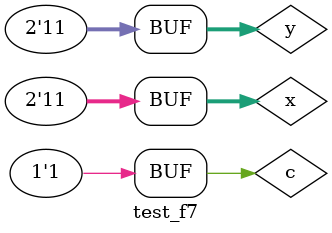
<source format=v>
/*
 * Exemplo_0706 - GATES
 * Nome Gabriel Vargas Bento de Souza
 * Matricula: 778023
*/

// -------------------------
// f7_gates
// -------------------------
module isEquals (output s1,
                 input  a, b,     // input x[1], x[0]
                 input  c, d);    // input y[1], y[0]
   
   // variaveis auxiliares
   wire tmp0, tmp1;

   // descrever por portas
   xnor XNOR1 (tmp0, a, c);
   xnor XNOR2 (tmp1, b, d);

   and  AND1  (s1, tmp0, tmp1);

endmodule // isEquals

module isDiferent (output s1,
                   input  a, b,     // input x[1], x[0]
                   input  c, d);    // input y[1], y[0]
   
   // variaveis auxiliares
   wire tmp0, tmp1;

   // descrever por portas
   xor XOR1 (tmp0, a, c);
   xor XOR2 (tmp1, b, d);

   or  OR1  (s1, tmp0, tmp1);

endmodule // isDiferent

// -------------------------
// multiplexer
// -------------------------
module mux (output s,
            input  a, b, c1);

   // definir dados locais
   wire not_c1;
   wire sa, sb;

   // descrever por portas
   not NOT1 (not_c1, c1);
   
   and AND1 (sa, a, not_c1);   // 0
   and AND2 (sb, b,     c1);   // 1

   or  OR1  (s, sa, sb);
endmodule // mux

// -------------------------
// main
// -------------------------
module test_f7;
   
   // definir dados
   reg  c;
   reg  [1:0] x;
   reg  [1:0] y;
   wire s1, s2, s;

   isEquals   EQU1 (s1, x[1], x[0], y[1], y[0]);
   isDiferent DIF1 (s2, x[1], x[0], y[1], y[0]);

   mux        MUX   (s, s1, s2, c);
   
   // parte principal
   initial
   begin : main
      $display("\n Exemplo_0706 - Gabriel Vargas Bento de Souza - 778023\n");
      $display(" x   y   s1  s2  c  s");
      $display(" --------**------------ 0 - igual");
      $monitor("%3b %3b %2b %3b %3b %2b", 
                x,  y,  s1, s2, c, s);

      // projetar testes do modulo
         x[1] = 1'b0; x[0] = 1'b0; y[1] = 1'b0; y[0] = 1'b0; c = 1'b0;
      #1                                        y[0] = 1'b1;
      #1                           y[1] = 1'b1; y[0] = 1'b0;
      #1                                        y[0] = 1'b1;
      #1              x[0] = 1'b1; y[1] = 1'b0; y[0] = 1'b0;
      #1                                        y[0] = 1'b1;
      #1                           y[1] = 1'b1; y[0] = 1'b0;
      #1                                        y[0] = 1'b1;
      #1 x[1] = 1'b1; x[0] = 1'b0; y[1] = 1'b0; y[0] = 1'b0;
      #1                                        y[0] = 1'b1;
      #1                           y[1] = 1'b1; y[0] = 1'b0;
      #1                                        y[0] = 1'b1;
      #1              x[0] = 1'b1; y[1] = 1'b0; y[0] = 1'b0;
      #1                                        y[0] = 1'b1;
      #1                           y[1] = 1'b1; y[0] = 1'b0;
      #1                                        y[0] = 1'b1;
      #1 x[1] = 1'b0; x[0] = 1'b0; y[1] = 1'b0; y[0] = 1'b0; c = 1'b1;

      $display("\n x   y   s1  s2  c  s");
      $display(" ------------**-------- 1 - diferente");
      #1                                        y[0] = 1'b1;
      #1                           y[1] = 1'b1; y[0] = 1'b0;
      #1                                        y[0] = 1'b1;
      #1              x[0] = 1'b1; y[1] = 1'b0; y[0] = 1'b0;
      #1                                        y[0] = 1'b1;
      #1                           y[1] = 1'b1; y[0] = 1'b0;
      #1                                        y[0] = 1'b1;
      #1 x[1] = 1'b1; x[0] = 1'b0; y[1] = 1'b0; y[0] = 1'b0;
      #1                                        y[0] = 1'b1;
      #1                           y[1] = 1'b1; y[0] = 1'b0;
      #1                                        y[0] = 1'b1;
      #1              x[0] = 1'b1; y[1] = 1'b0; y[0] = 1'b0;
      #1                                        y[0] = 1'b1;
      #1                           y[1] = 1'b1; y[0] = 1'b0;
      #1                                        y[0] = 1'b1;

   end
endmodule // test_f7

// -------------------------
// test
// -------------------------
/*
---------- previsao ----------

x[1]   x[0]   y[1]   y[0]    =      !=

 0      0      0      0      1      0  
 0      0      0      1      0      1  
 0      0      1      0      0      1  
 0      0      1      1      0      1  

 0      1      0      0      0      1  
 0      1      0      1      1      0  
 0      1      1      0      0      1  
 0      1      1      1      0      1  

 1      0      0      0      0      1  
 1      0      0      1      0      1  
 1      0      1      0      1      0  
 1      0      1      1      0      1  

 1      1      0      0      0      1  
 1      1      0      1      0      1  
 1      1      1      0      0      1  
 1      1      1      1      1      0  

---------- execucao ----------

C:\Users\Gabriel\Desktop\CC-PUC\2Periodo\ARQ1\Tarefas\Guia07>vvp Exemplo_0706.vvp

 Exemplo_0706 - Gabriel Vargas Bento de Souza - 778023

 x   y   s1  s2  c  s
 --------**------------ 0 - igual
 00  00  1   0   0  1
 00  01  0   1   0  0
 00  10  0   1   0  0
 00  11  0   1   0  0
 01  00  0   1   0  0
 01  01  1   0   0  1
 01  10  0   1   0  0
 01  11  0   1   0  0
 10  00  0   1   0  0
 10  01  0   1   0  0
 10  10  1   0   0  1
 10  11  0   1   0  0
 11  00  0   1   0  0
 11  01  0   1   0  0
 11  10  0   1   0  0
 11  11  1   0   0  1

 x   y   s1  s2  c  s
 ------------**-------- 1 - diferente
 00  00  1   0   1  0
 00  01  0   1   1  1
 00  10  0   1   1  1
 00  11  0   1   1  1
 01  00  0   1   1  1
 01  01  1   0   1  0
 01  10  0   1   1  1
 01  11  0   1   1  1
 10  00  0   1   1  1
 10  01  0   1   1  1
 10  10  1   0   1  0
 10  11  0   1   1  1
 11  00  0   1   1  1
 11  01  0   1   1  1
 11  10  0   1   1  1
 11  11  1   0   1  0
*/
</source>
